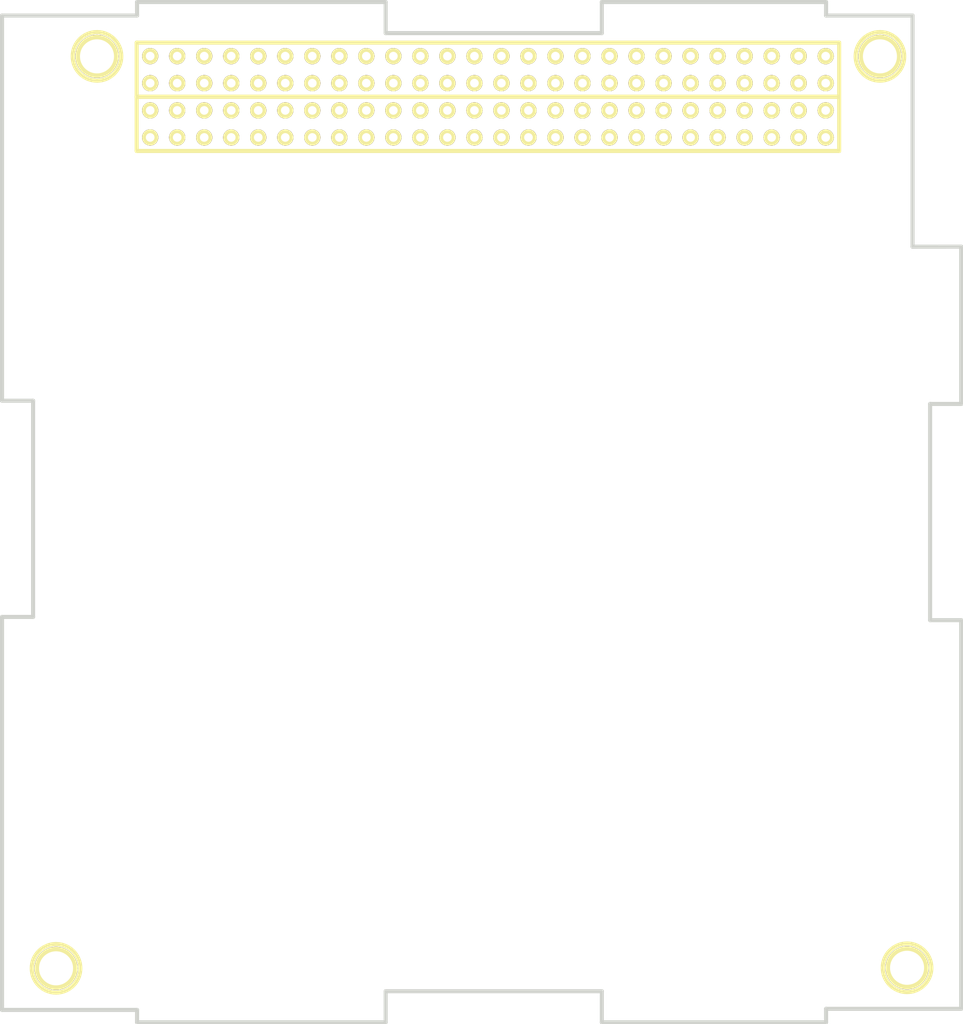
<source format=kicad_pcb>
(kicad_pcb (version 20221018) (generator pcbnew)
  (layers (0 "F.Cu" signal "Front") (31 "B.Cu" signal "Back") (34 "B.Paste" user) (35 "F.Paste" user) (36 "B.SilkS" user) (37 "F.SilkS" user) (38 "B.Mask" user) (39 "F.Mask" user) (44 "Edge.Cuts" user))
  (net 0 "")
  (footprint "1pin" (layer "F.Cu") (at 77.50048 48.75022)
    (fp_text reference "1PIN" hide)
    (fp_text value "P***" hide)
    (fp_circle (center 0 0) (end 0 -2.286) (stroke (width 0.381)) (fill none) (layer "F.SilkS"))
    (pad "1" thru_hole circle (at 0 0) (size 4.064 4.064) (drill 3.2004) (layers "*.Cu" "*.Mask" "F.SilkS"))
  )
  (footprint "1pin" (layer "F.Cu") (at 151.09952 48.75022)
    (fp_text reference "1PIN" hide)
    (fp_text value "P***" hide)
    (fp_circle (center 0 0) (end 0 -2.286) (stroke (width 0.381)) (fill none) (layer "F.SilkS"))
    (pad "1" thru_hole circle (at 0 0) (size 4.064 4.064) (drill 3.2004) (layers "*.Cu" "*.Mask" "F.SilkS"))
  )
  (footprint "1pin" (layer "F.Cu") (at 73.64984 134.44982)
    (fp_text reference "1PIN" hide)
    (fp_text value "P***" hide)
    (fp_circle (center 0 0) (end 0 -2.286) (stroke (width 0.381)) (fill none) (layer "F.SilkS"))
    (pad "1" thru_hole circle (at 0 0) (size 4.064 4.064) (drill 3.2004) (layers "*.Cu" "*.Mask" "F.SilkS"))
  )
  (footprint "1pin" (layer "F.Cu") (at 153.64968 134.39902)
    (fp_text reference "1PIN" hide)
    (fp_text value "P***" hide)
    (fp_circle (center 0 0) (end 0 -2.286) (stroke (width 0.381)) (fill none) (layer "F.SilkS"))
    (pad "1" thru_hole circle (at 0 0) (size 4.064 4.064) (drill 3.2004) (layers "*.Cu" "*.Mask" "F.SilkS"))
  )
  (footprint "CSK_Header" (layer "F.Cu") (at 114.2492 55.10022 90)
    (fp_text reference "H1" hide)
    (fp_text value "H1" hide)
    (fp_line (start -2.54 -33.02) (end 2.54 -33.02) (stroke (width 0.381)) (layer "F.SilkS"))
    (fp_line (start -2.54 33.02) (end -2.54 -33.02) (stroke (width 0.381)) (layer "F.SilkS"))
    (fp_line (start 2.54 -33.02) (end 2.54 33.02) (stroke (width 0.381)) (layer "F.SilkS"))
    (fp_line (start 2.54 33.02) (end -2.54 33.02) (stroke (width 0.381)) (layer "F.SilkS"))
    (pad "1" thru_hole circle (at -1.27 -31.75 90) (size 1.524 1.524) (drill 0.8128) (layers "*.Cu" "*.Mask" "F.SilkS"))
    (pad "2" thru_hole circle (at 1.27 -31.75 90) (size 1.524 1.524) (drill 0.8128) (layers "*.Cu" "*.Mask" "F.SilkS"))
    (pad "3" thru_hole circle (at -1.27 -29.21 90) (size 1.524 1.524) (drill 0.8128) (layers "*.Cu" "*.Mask" "F.SilkS"))
    (pad "4" thru_hole circle (at 1.27 -29.21 90) (size 1.524 1.524) (drill 0.8128) (layers "*.Cu" "*.Mask" "F.SilkS"))
    (pad "5" thru_hole circle (at -1.27 -26.67 90) (size 1.524 1.524) (drill 0.8128) (layers "*.Cu" "*.Mask" "F.SilkS"))
    (pad "6" thru_hole circle (at 1.27 -26.67 90) (size 1.524 1.524) (drill 0.8128) (layers "*.Cu" "*.Mask" "F.SilkS"))
    (pad "7" thru_hole circle (at -1.27 -24.13 90) (size 1.524 1.524) (drill 0.8128) (layers "*.Cu" "*.Mask" "F.SilkS"))
    (pad "8" thru_hole circle (at 1.27 -24.13 90) (size 1.524 1.524) (drill 0.8128) (layers "*.Cu" "*.Mask" "F.SilkS"))
    (pad "9" thru_hole circle (at -1.27 -21.59 90) (size 1.524 1.524) (drill 0.8128) (layers "*.Cu" "*.Mask" "F.SilkS"))
    (pad "10" thru_hole circle (at 1.27 -21.59 90) (size 1.524 1.524) (drill 0.8128) (layers "*.Cu" "*.Mask" "F.SilkS"))
    (pad "11" thru_hole circle (at -1.27 -19.05 90) (size 1.524 1.524) (drill 0.8128) (layers "*.Cu" "*.Mask" "F.SilkS"))
    (pad "12" thru_hole circle (at 1.27 -19.05 90) (size 1.524 1.524) (drill 0.8128) (layers "*.Cu" "*.Mask" "F.SilkS"))
    (pad "13" thru_hole circle (at -1.27 -16.51 90) (size 1.524 1.524) (drill 0.8128) (layers "*.Cu" "*.Mask" "F.SilkS"))
    (pad "14" thru_hole circle (at 1.27 -16.51 90) (size 1.524 1.524) (drill 0.8128) (layers "*.Cu" "*.Mask" "F.SilkS"))
    (pad "15" thru_hole circle (at -1.27 -13.97 90) (size 1.524 1.524) (drill 0.8128) (layers "*.Cu" "*.Mask" "F.SilkS"))
    (pad "16" thru_hole circle (at 1.27 -13.97 90) (size 1.524 1.524) (drill 0.8128) (layers "*.Cu" "*.Mask" "F.SilkS"))
    (pad "17" thru_hole circle (at -1.27 -11.43 90) (size 1.524 1.524) (drill 0.8128) (layers "*.Cu" "*.Mask" "F.SilkS"))
    (pad "18" thru_hole circle (at 1.27 -11.43 90) (size 1.524 1.524) (drill 0.8128) (layers "*.Cu" "*.Mask" "F.SilkS"))
    (pad "19" thru_hole circle (at -1.27 -8.89 90) (size 1.524 1.524) (drill 0.8128) (layers "*.Cu" "*.Mask" "F.SilkS"))
    (pad "20" thru_hole circle (at 1.27 -8.89 90) (size 1.524 1.524) (drill 0.8128) (layers "*.Cu" "*.Mask" "F.SilkS"))
    (pad "21" thru_hole circle (at -1.27 -6.35 90) (size 1.524 1.524) (drill 0.8128) (layers "*.Cu" "*.Mask" "F.SilkS"))
    (pad "22" thru_hole circle (at 1.27 -6.35 90) (size 1.524 1.524) (drill 0.8128) (layers "*.Cu" "*.Mask" "F.SilkS"))
    (pad "23" thru_hole circle (at -1.27 -3.81 90) (size 1.524 1.524) (drill 0.8128) (layers "*.Cu" "*.Mask" "F.SilkS"))
    (pad "24" thru_hole circle (at 1.27 -3.81 90) (size 1.524 1.524) (drill 0.8128) (layers "*.Cu" "*.Mask" "F.SilkS"))
    (pad "25" thru_hole circle (at -1.27 -1.27 90) (size 1.524 1.524) (drill 0.8128) (layers "*.Cu" "*.Mask" "F.SilkS"))
    (pad "26" thru_hole circle (at 1.27 -1.27 90) (size 1.524 1.524) (drill 0.8128) (layers "*.Cu" "*.Mask" "F.SilkS"))
    (pad "27" thru_hole circle (at -1.27 1.27 90) (size 1.524 1.524) (drill 0.8128) (layers "*.Cu" "*.Mask" "F.SilkS"))
    (pad "28" thru_hole circle (at 1.27 1.27 90) (size 1.524 1.524) (drill 0.8128) (layers "*.Cu" "*.Mask" "F.SilkS"))
    (pad "29" thru_hole circle (at -1.27 3.81 90) (size 1.524 1.524) (drill 0.8128) (layers "*.Cu" "*.Mask" "F.SilkS"))
    (pad "30" thru_hole circle (at 1.27 3.81 90) (size 1.524 1.524) (drill 0.8128) (layers "*.Cu" "*.Mask" "F.SilkS"))
    (pad "31" thru_hole circle (at -1.27 6.35 90) (size 1.524 1.524) (drill 0.8128) (layers "*.Cu" "*.Mask" "F.SilkS"))
    (pad "32" thru_hole circle (at 1.27 6.35 90) (size 1.524 1.524) (drill 0.8128) (layers "*.Cu" "*.Mask" "F.SilkS"))
    (pad "33" thru_hole circle (at -1.27 8.89 90) (size 1.524 1.524) (drill 0.8128) (layers "*.Cu" "*.Mask" "F.SilkS"))
    (pad "34" thru_hole circle (at 1.27 8.89 90) (size 1.524 1.524) (drill 0.8128) (layers "*.Cu" "*.Mask" "F.SilkS"))
    (pad "35" thru_hole circle (at -1.27 11.43 90) (size 1.524 1.524) (drill 0.8128) (layers "*.Cu" "*.Mask" "F.SilkS"))
    (pad "36" thru_hole circle (at 1.27 11.43 90) (size 1.524 1.524) (drill 0.8128) (layers "*.Cu" "*.Mask" "F.SilkS"))
    (pad "37" thru_hole circle (at -1.27 13.97 90) (size 1.524 1.524) (drill 0.8128) (layers "*.Cu" "*.Mask" "F.SilkS"))
    (pad "38" thru_hole circle (at 1.27 13.97 90) (size 1.524 1.524) (drill 0.8128) (layers "*.Cu" "*.Mask" "F.SilkS"))
    (pad "39" thru_hole circle (at -1.27 16.51 90) (size 1.524 1.524) (drill 0.8128) (layers "*.Cu" "*.Mask" "F.SilkS"))
    (pad "40" thru_hole circle (at 1.27 16.51 90) (size 1.524 1.524) (drill 0.8128) (layers "*.Cu" "*.Mask" "F.SilkS"))
    (pad "41" thru_hole circle (at -1.27 19.05 90) (size 1.524 1.524) (drill 0.8128) (layers "*.Cu" "*.Mask" "F.SilkS"))
    (pad "42" thru_hole circle (at 1.27 19.05 90) (size 1.524 1.524) (drill 0.8128) (layers "*.Cu" "*.Mask" "F.SilkS"))
    (pad "43" thru_hole circle (at -1.27 21.59 90) (size 1.524 1.524) (drill 0.8128) (layers "*.Cu" "*.Mask" "F.SilkS"))
    (pad "44" thru_hole circle (at 1.27 21.59 90) (size 1.524 1.524) (drill 0.8128) (layers "*.Cu" "*.Mask" "F.SilkS"))
    (pad "45" thru_hole circle (at -1.27 24.13 90) (size 1.524 1.524) (drill 0.8128) (layers "*.Cu" "*.Mask" "F.SilkS"))
    (pad "46" thru_hole circle (at 1.27 24.13 90) (size 1.524 1.524) (drill 0.8128) (layers "*.Cu" "*.Mask" "F.SilkS"))
    (pad "47" thru_hole circle (at -1.27 26.67 90) (size 1.524 1.524) (drill 0.8128) (layers "*.Cu" "*.Mask" "F.SilkS"))
    (pad "48" thru_hole circle (at 1.27 26.67 90) (size 1.524 1.524) (drill 0.8128) (layers "*.Cu" "*.Mask" "F.SilkS"))
    (pad "49" thru_hole circle (at -1.27 29.21 90) (size 1.524 1.524) (drill 0.8128) (layers "*.Cu" "*.Mask" "F.SilkS"))
    (pad "50" thru_hole circle (at 1.27 29.21 90) (size 1.524 1.524) (drill 0.8128) (layers "*.Cu" "*.Mask" "F.SilkS"))
    (pad "51" thru_hole circle (at -1.27 31.75 90) (size 1.524 1.524) (drill 0.8128) (layers "*.Cu" "*.Mask" "F.SilkS"))
    (pad "52" thru_hole circle (at 1.27 31.75 90) (size 1.524 1.524) (drill 0.8128) (layers "*.Cu" "*.Mask" "F.SilkS"))
  )
  (footprint "CSK_Header" (layer "F.Cu") (at 114.2492 49.9999 90)
    (fp_text reference "H2" hide)
    (fp_text value "H2" hide)
    (fp_line (start -2.54 -33.02) (end 2.54 -33.02) (stroke (width 0.381)) (layer "F.SilkS"))
    (fp_line (start -2.54 33.02) (end -2.54 -33.02) (stroke (width 0.381)) (layer "F.SilkS"))
    (fp_line (start 2.54 -33.02) (end 2.54 33.02) (stroke (width 0.381)) (layer "F.SilkS"))
    (fp_line (start 2.54 33.02) (end -2.54 33.02) (stroke (width 0.381)) (layer "F.SilkS"))
    (pad "1" thru_hole circle (at -1.27 -31.75 90) (size 1.524 1.524) (drill 0.8128) (layers "*.Cu" "*.Mask" "F.SilkS"))
    (pad "2" thru_hole circle (at 1.27 -31.75 90) (size 1.524 1.524) (drill 0.8128) (layers "*.Cu" "*.Mask" "F.SilkS"))
    (pad "3" thru_hole circle (at -1.27 -29.21 90) (size 1.524 1.524) (drill 0.8128) (layers "*.Cu" "*.Mask" "F.SilkS"))
    (pad "4" thru_hole circle (at 1.27 -29.21 90) (size 1.524 1.524) (drill 0.8128) (layers "*.Cu" "*.Mask" "F.SilkS"))
    (pad "5" thru_hole circle (at -1.27 -26.67 90) (size 1.524 1.524) (drill 0.8128) (layers "*.Cu" "*.Mask" "F.SilkS"))
    (pad "6" thru_hole circle (at 1.27 -26.67 90) (size 1.524 1.524) (drill 0.8128) (layers "*.Cu" "*.Mask" "F.SilkS"))
    (pad "7" thru_hole circle (at -1.27 -24.13 90) (size 1.524 1.524) (drill 0.8128) (layers "*.Cu" "*.Mask" "F.SilkS"))
    (pad "8" thru_hole circle (at 1.27 -24.13 90) (size 1.524 1.524) (drill 0.8128) (layers "*.Cu" "*.Mask" "F.SilkS"))
    (pad "9" thru_hole circle (at -1.27 -21.59 90) (size 1.524 1.524) (drill 0.8128) (layers "*.Cu" "*.Mask" "F.SilkS"))
    (pad "10" thru_hole circle (at 1.27 -21.59 90) (size 1.524 1.524) (drill 0.8128) (layers "*.Cu" "*.Mask" "F.SilkS"))
    (pad "11" thru_hole circle (at -1.27 -19.05 90) (size 1.524 1.524) (drill 0.8128) (layers "*.Cu" "*.Mask" "F.SilkS"))
    (pad "12" thru_hole circle (at 1.27 -19.05 90) (size 1.524 1.524) (drill 0.8128) (layers "*.Cu" "*.Mask" "F.SilkS"))
    (pad "13" thru_hole circle (at -1.27 -16.51 90) (size 1.524 1.524) (drill 0.8128) (layers "*.Cu" "*.Mask" "F.SilkS"))
    (pad "14" thru_hole circle (at 1.27 -16.51 90) (size 1.524 1.524) (drill 0.8128) (layers "*.Cu" "*.Mask" "F.SilkS"))
    (pad "15" thru_hole circle (at -1.27 -13.97 90) (size 1.524 1.524) (drill 0.8128) (layers "*.Cu" "*.Mask" "F.SilkS"))
    (pad "16" thru_hole circle (at 1.27 -13.97 90) (size 1.524 1.524) (drill 0.8128) (layers "*.Cu" "*.Mask" "F.SilkS"))
    (pad "17" thru_hole circle (at -1.27 -11.43 90) (size 1.524 1.524) (drill 0.8128) (layers "*.Cu" "*.Mask" "F.SilkS"))
    (pad "18" thru_hole circle (at 1.27 -11.43 90) (size 1.524 1.524) (drill 0.8128) (layers "*.Cu" "*.Mask" "F.SilkS"))
    (pad "19" thru_hole circle (at -1.27 -8.89 90) (size 1.524 1.524) (drill 0.8128) (layers "*.Cu" "*.Mask" "F.SilkS"))
    (pad "20" thru_hole circle (at 1.27 -8.89 90) (size 1.524 1.524) (drill 0.8128) (layers "*.Cu" "*.Mask" "F.SilkS"))
    (pad "21" thru_hole circle (at -1.27 -6.35 90) (size 1.524 1.524) (drill 0.8128) (layers "*.Cu" "*.Mask" "F.SilkS"))
    (pad "22" thru_hole circle (at 1.27 -6.35 90) (size 1.524 1.524) (drill 0.8128) (layers "*.Cu" "*.Mask" "F.SilkS"))
    (pad "23" thru_hole circle (at -1.27 -3.81 90) (size 1.524 1.524) (drill 0.8128) (layers "*.Cu" "*.Mask" "F.SilkS"))
    (pad "24" thru_hole circle (at 1.27 -3.81 90) (size 1.524 1.524) (drill 0.8128) (layers "*.Cu" "*.Mask" "F.SilkS"))
    (pad "25" thru_hole circle (at -1.27 -1.27 90) (size 1.524 1.524) (drill 0.8128) (layers "*.Cu" "*.Mask" "F.SilkS"))
    (pad "26" thru_hole circle (at 1.27 -1.27 90) (size 1.524 1.524) (drill 0.8128) (layers "*.Cu" "*.Mask" "F.SilkS"))
    (pad "27" thru_hole circle (at -1.27 1.27 90) (size 1.524 1.524) (drill 0.8128) (layers "*.Cu" "*.Mask" "F.SilkS"))
    (pad "28" thru_hole circle (at 1.27 1.27 90) (size 1.524 1.524) (drill 0.8128) (layers "*.Cu" "*.Mask" "F.SilkS"))
    (pad "29" thru_hole circle (at -1.27 3.81 90) (size 1.524 1.524) (drill 0.8128) (layers "*.Cu" "*.Mask" "F.SilkS"))
    (pad "30" thru_hole circle (at 1.27 3.81 90) (size 1.524 1.524) (drill 0.8128) (layers "*.Cu" "*.Mask" "F.SilkS"))
    (pad "31" thru_hole circle (at -1.27 6.35 90) (size 1.524 1.524) (drill 0.8128) (layers "*.Cu" "*.Mask" "F.SilkS"))
    (pad "32" thru_hole circle (at 1.27 6.35 90) (size 1.524 1.524) (drill 0.8128) (layers "*.Cu" "*.Mask" "F.SilkS"))
    (pad "33" thru_hole circle (at -1.27 8.89 90) (size 1.524 1.524) (drill 0.8128) (layers "*.Cu" "*.Mask" "F.SilkS"))
    (pad "34" thru_hole circle (at 1.27 8.89 90) (size 1.524 1.524) (drill 0.8128) (layers "*.Cu" "*.Mask" "F.SilkS"))
    (pad "35" thru_hole circle (at -1.27 11.43 90) (size 1.524 1.524) (drill 0.8128) (layers "*.Cu" "*.Mask" "F.SilkS"))
    (pad "36" thru_hole circle (at 1.27 11.43 90) (size 1.524 1.524) (drill 0.8128) (layers "*.Cu" "*.Mask" "F.SilkS"))
    (pad "37" thru_hole circle (at -1.27 13.97 90) (size 1.524 1.524) (drill 0.8128) (layers "*.Cu" "*.Mask" "F.SilkS"))
    (pad "38" thru_hole circle (at 1.27 13.97 90) (size 1.524 1.524) (drill 0.8128) (layers "*.Cu" "*.Mask" "F.SilkS"))
    (pad "39" thru_hole circle (at -1.27 16.51 90) (size 1.524 1.524) (drill 0.8128) (layers "*.Cu" "*.Mask" "F.SilkS"))
    (pad "40" thru_hole circle (at 1.27 16.51 90) (size 1.524 1.524) (drill 0.8128) (layers "*.Cu" "*.Mask" "F.SilkS"))
    (pad "41" thru_hole circle (at -1.27 19.05 90) (size 1.524 1.524) (drill 0.8128) (layers "*.Cu" "*.Mask" "F.SilkS"))
    (pad "42" thru_hole circle (at 1.27 19.05 90) (size 1.524 1.524) (drill 0.8128) (layers "*.Cu" "*.Mask" "F.SilkS"))
    (pad "43" thru_hole circle (at -1.27 21.59 90) (size 1.524 1.524) (drill 0.8128) (layers "*.Cu" "*.Mask" "F.SilkS"))
    (pad "44" thru_hole circle (at 1.27 21.59 90) (size 1.524 1.524) (drill 0.8128) (layers "*.Cu" "*.Mask" "F.SilkS"))
    (pad "45" thru_hole circle (at -1.27 24.13 90) (size 1.524 1.524) (drill 0.8128) (layers "*.Cu" "*.Mask" "F.SilkS"))
    (pad "46" thru_hole circle (at 1.27 24.13 90) (size 1.524 1.524) (drill 0.8128) (layers "*.Cu" "*.Mask" "F.SilkS"))
    (pad "47" thru_hole circle (at -1.27 26.67 90) (size 1.524 1.524) (drill 0.8128) (layers "*.Cu" "*.Mask" "F.SilkS"))
    (pad "48" thru_hole circle (at 1.27 26.67 90) (size 1.524 1.524) (drill 0.8128) (layers "*.Cu" "*.Mask" "F.SilkS"))
    (pad "49" thru_hole circle (at -1.27 29.21 90) (size 1.524 1.524) (drill 0.8128) (layers "*.Cu" "*.Mask" "F.SilkS"))
    (pad "50" thru_hole circle (at 1.27 29.21 90) (size 1.524 1.524) (drill 0.8128) (layers "*.Cu" "*.Mask" "F.SilkS"))
    (pad "51" thru_hole circle (at -1.27 31.75 90) (size 1.524 1.524) (drill 0.8128) (layers "*.Cu" "*.Mask" "F.SilkS"))
    (pad "52" thru_hole circle (at 1.27 31.75 90) (size 1.524 1.524) (drill 0.8128) (layers "*.Cu" "*.Mask" "F.SilkS"))
  )
  (gr_line (start 124.9553 46.56582) (end 104.6353 46.56582) (stroke (width 0.381)) (layer "Edge.Cuts"))
  (gr_line (start 81.2673 139.52474) (end 104.6353 139.52474) (stroke (width 0.381)) (layer "Edge.Cuts"))
  (gr_line (start 155.8163 81.41462) (end 158.7373 81.41462) (stroke (width 0.381)) (layer "Edge.Cuts"))
  (gr_line (start 124.9553 139.52474) (end 146.0373 139.52474) (stroke (width 0.381)) (layer "Edge.Cuts"))
  (gr_line (start 81.2673 138.35888) (end 81.2673 139.52474) (stroke (width 0.381)) (layer "Edge.Cuts"))
  (gr_line (start 104.6353 136.60374) (end 124.9553 136.60374) (stroke (width 0.381)) (layer "Edge.Cuts"))
  (gr_line (start 158.7373 138.25474) (end 158.7373 101.73462) (stroke (width 0.381)) (layer "Edge.Cuts"))
  (gr_line (start 81.2673 44.91482) (end 68.57238 44.91482) (stroke (width 0.381)) (layer "Edge.Cuts"))
  (gr_line (start 71.49338 101.42982) (end 68.57238 101.42982) (stroke (width 0.381)) (layer "Edge.Cuts"))
  (gr_line (start 124.9553 43.64482) (end 124.9553 46.56582) (stroke (width 0.381)) (layer "Edge.Cuts"))
  (gr_line (start 146.0373 44.91482) (end 146.0373 43.64482) (stroke (width 0.381)) (layer "Edge.Cuts"))
  (gr_line (start 154.1653 66.6369) (end 154.1653 44.91482) (stroke (width 0.381)) (layer "Edge.Cuts"))
  (gr_line (start 158.7373 66.63182) (end 154.1653 66.6369) (stroke (width 0.381)) (layer "Edge.Cuts"))
  (gr_line (start 158.7373 101.73462) (end 155.8163 101.73462) (stroke (width 0.381)) (layer "Edge.Cuts"))
  (gr_line (start 104.6353 139.52474) (end 104.6353 136.60374) (stroke (width 0.381)) (layer "Edge.Cuts"))
  (gr_line (start 124.9553 136.60374) (end 124.9553 139.52474) (stroke (width 0.381)) (layer "Edge.Cuts"))
  (gr_line (start 146.0373 43.64482) (end 124.9553 43.64482) (stroke (width 0.381)) (layer "Edge.Cuts"))
  (gr_line (start 81.2673 43.64482) (end 81.2673 44.91482) (stroke (width 0.381)) (layer "Edge.Cuts"))
  (gr_line (start 71.49338 81.10982) (end 71.49338 101.42982) (stroke (width 0.381)) (layer "Edge.Cuts"))
  (gr_line (start 68.57238 81.10982) (end 71.49338 81.10982) (stroke (width 0.381)) (layer "Edge.Cuts"))
  (gr_line (start 154.1653 44.91482) (end 146.0373 44.91482) (stroke (width 0.381)) (layer "Edge.Cuts"))
  (gr_line (start 146.0373 138.25474) (end 158.7373 138.25474) (stroke (width 0.381)) (layer "Edge.Cuts"))
  (gr_line (start 68.57238 101.42982) (end 68.57238 138.35888) (stroke (width 0.381)) (layer "Edge.Cuts"))
  (gr_line (start 155.8163 101.73462) (end 155.8163 81.41462) (stroke (width 0.381)) (layer "Edge.Cuts"))
  (gr_line (start 68.57238 138.35888) (end 81.2673 138.35888) (stroke (width 0.381)) (layer "Edge.Cuts"))
  (gr_line (start 158.7373 81.41462) (end 158.7373 66.63182) (stroke (width 0.381)) (layer "Edge.Cuts"))
  (gr_line (start 146.0373 139.52474) (end 146.0373 138.25474) (stroke (width 0.381)) (layer "Edge.Cuts"))
  (gr_line (start 104.6353 46.56582) (end 104.6353 43.64482) (stroke (width 0.381)) (layer "Edge.Cuts"))
  (gr_line (start 68.57238 44.91482) (end 68.57238 81.10982) (stroke (width 0.381)) (layer "Edge.Cuts"))
  (gr_line (start 104.6353 43.64482) (end 81.2673 43.64482) (stroke (width 0.381)) (layer "Edge.Cuts"))
)
</source>
